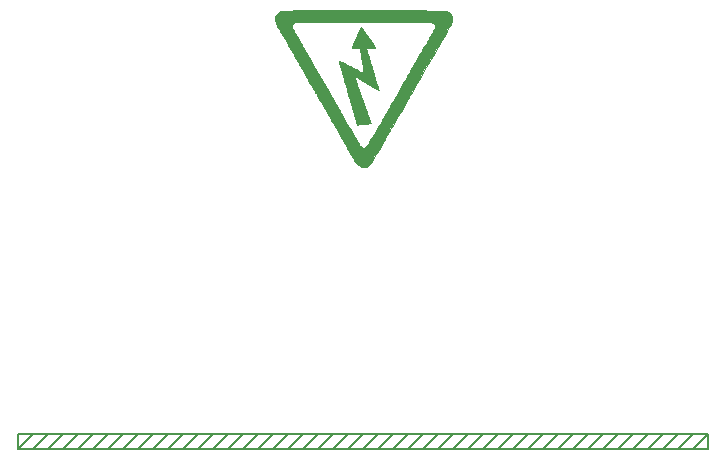
<source format=gbr>
G04 #@! TF.GenerationSoftware,KiCad,Pcbnew,(5.0.1)-4*
G04 #@! TF.CreationDate,2019-02-15T22:12:16-03:00*
G04 #@! TF.ProjectId,reflow,7265666C6F772E6B696361645F706362,rev?*
G04 #@! TF.SameCoordinates,Original*
G04 #@! TF.FileFunction,Legend,Bot*
G04 #@! TF.FilePolarity,Positive*
%FSLAX46Y46*%
G04 Gerber Fmt 4.6, Leading zero omitted, Abs format (unit mm)*
G04 Created by KiCad (PCBNEW (5.0.1)-4) date 15/2/2019 22:12:16*
%MOMM*%
%LPD*%
G01*
G04 APERTURE LIST*
%ADD10C,0.200000*%
%ADD11C,0.010000*%
G04 APERTURE END LIST*
D10*
X179070000Y-68580000D02*
X180340000Y-67310000D01*
X177800000Y-68580000D02*
X179070000Y-67310000D01*
X176530000Y-68580000D02*
X177800000Y-67310000D01*
X175260000Y-68580000D02*
X176530000Y-67310000D01*
X173990000Y-68580000D02*
X175260000Y-67310000D01*
X172720000Y-68580000D02*
X173990000Y-67310000D01*
X171450000Y-68580000D02*
X172720000Y-67310000D01*
X170180000Y-68580000D02*
X171450000Y-67310000D01*
X168910000Y-68580000D02*
X170180000Y-67310000D01*
X167640000Y-68580000D02*
X168910000Y-67310000D01*
X166370000Y-68580000D02*
X167640000Y-67310000D01*
X165100000Y-68580000D02*
X166370000Y-67310000D01*
X163830000Y-68580000D02*
X165100000Y-67310000D01*
X162560000Y-68580000D02*
X163830000Y-67310000D01*
X161290000Y-68580000D02*
X162560000Y-67310000D01*
X160020000Y-68580000D02*
X161290000Y-67310000D01*
X158750000Y-68580000D02*
X160020000Y-67310000D01*
X157480000Y-68580000D02*
X158750000Y-67310000D01*
X156210000Y-68580000D02*
X157480000Y-67310000D01*
X154940000Y-68580000D02*
X156210000Y-67310000D01*
X153670000Y-68580000D02*
X154940000Y-67310000D01*
X152400000Y-68580000D02*
X153670000Y-67310000D01*
X151130000Y-68580000D02*
X152400000Y-67310000D01*
X149860000Y-68580000D02*
X151130000Y-67310000D01*
X148590000Y-68580000D02*
X149860000Y-67310000D01*
X147320000Y-68580000D02*
X148590000Y-67310000D01*
X146050000Y-68580000D02*
X147320000Y-67310000D01*
X144780000Y-68580000D02*
X146050000Y-67310000D01*
X143510000Y-68580000D02*
X144780000Y-67310000D01*
X142240000Y-68580000D02*
X143510000Y-67310000D01*
X140970000Y-68580000D02*
X142240000Y-67310000D01*
X139700000Y-68580000D02*
X140970000Y-67310000D01*
X138430000Y-68580000D02*
X139700000Y-67310000D01*
X137160000Y-68580000D02*
X138430000Y-67310000D01*
X135890000Y-68580000D02*
X137160000Y-67310000D01*
X134620000Y-68580000D02*
X135890000Y-67310000D01*
X133350000Y-68580000D02*
X134620000Y-67310000D01*
X132080000Y-68580000D02*
X133350000Y-67310000D01*
X130810000Y-68580000D02*
X132080000Y-67310000D01*
X129540000Y-68580000D02*
X130810000Y-67310000D01*
X128270000Y-68580000D02*
X129540000Y-67310000D01*
X127000000Y-68580000D02*
X128270000Y-67310000D01*
X125730000Y-68580000D02*
X127000000Y-67310000D01*
X124460000Y-68580000D02*
X125730000Y-67310000D01*
X123190000Y-68580000D02*
X124460000Y-67310000D01*
X121920000Y-68580000D02*
X123190000Y-67310000D01*
X147320000Y-67310000D02*
X148590000Y-67310000D01*
X144780000Y-68580000D02*
X146050000Y-68580000D01*
X144780000Y-67310000D02*
X146050000Y-67310000D01*
X143510000Y-68580000D02*
X144780000Y-68580000D01*
X143510000Y-67310000D02*
X144780000Y-67310000D01*
X140970000Y-68580000D02*
X142240000Y-68580000D01*
X140970000Y-67310000D02*
X142240000Y-67310000D01*
X138430000Y-68580000D02*
X139700000Y-68580000D01*
X138430000Y-67310000D02*
X139700000Y-67310000D01*
X121920000Y-67310000D02*
X121920000Y-68580000D01*
X121920000Y-68580000D02*
X121920000Y-67310000D01*
X180340000Y-68580000D02*
X121920000Y-68580000D01*
X180340000Y-67310000D02*
X180340000Y-68580000D01*
X121920000Y-67310000D02*
X180340000Y-67310000D01*
D11*
G04 #@! TO.C,G\002A\002A\002A*
G36*
X150531234Y-40948429D02*
X150498306Y-40836273D01*
X150459269Y-40704775D01*
X150421995Y-40580435D01*
X150418274Y-40568113D01*
X150388005Y-40466443D01*
X150361293Y-40374002D01*
X150342658Y-40306518D01*
X150339086Y-40292547D01*
X150328154Y-40252117D01*
X150305613Y-40171944D01*
X150273254Y-40058297D01*
X150232874Y-39917445D01*
X150186265Y-39755656D01*
X150135222Y-39579200D01*
X150112769Y-39501792D01*
X150056584Y-39308229D01*
X150000590Y-39115275D01*
X149947315Y-38931645D01*
X149899288Y-38766053D01*
X149859035Y-38627213D01*
X149829085Y-38523841D01*
X149824313Y-38507358D01*
X149767107Y-38309899D01*
X149703433Y-38090411D01*
X149636489Y-37859900D01*
X149569474Y-37629368D01*
X149505589Y-37409821D01*
X149448032Y-37212262D01*
X149400001Y-37047696D01*
X149392401Y-37021698D01*
X149355844Y-36896049D01*
X149320995Y-36775155D01*
X149291793Y-36672739D01*
X149272173Y-36602526D01*
X149272127Y-36602358D01*
X149253908Y-36537333D01*
X149225393Y-36437661D01*
X149189847Y-36314658D01*
X149150533Y-36179644D01*
X149130471Y-36111132D01*
X149093543Y-35983464D01*
X149061960Y-35870840D01*
X149038030Y-35781765D01*
X149024059Y-35724742D01*
X149021410Y-35709102D01*
X149027444Y-35703790D01*
X149047906Y-35707549D01*
X149086257Y-35722064D01*
X149145956Y-35749018D01*
X149230464Y-35790094D01*
X149343240Y-35846976D01*
X149487744Y-35921347D01*
X149667437Y-36014891D01*
X149885778Y-36129292D01*
X149895943Y-36134629D01*
X149992249Y-36185028D01*
X150118312Y-36250748D01*
X150261310Y-36325118D01*
X150408422Y-36401466D01*
X150495000Y-36446314D01*
X150629436Y-36516208D01*
X150759070Y-36584170D01*
X150873790Y-36644856D01*
X150963484Y-36692926D01*
X151007791Y-36717228D01*
X151137186Y-36789704D01*
X151120432Y-36660088D01*
X151110586Y-36589278D01*
X151095031Y-36483682D01*
X151075652Y-36355835D01*
X151054334Y-36218268D01*
X151046905Y-36171038D01*
X151012371Y-35951519D01*
X150977081Y-35725579D01*
X150942431Y-35502275D01*
X150909817Y-35290664D01*
X150880635Y-35099802D01*
X150856282Y-34938746D01*
X150839118Y-34823160D01*
X150810199Y-34625472D01*
X150480287Y-34625472D01*
X150359446Y-34624062D01*
X150256583Y-34620195D01*
X150180791Y-34614416D01*
X150141162Y-34607266D01*
X150137717Y-34604991D01*
X150143353Y-34577494D01*
X150166993Y-34511737D01*
X150206439Y-34412916D01*
X150259489Y-34286229D01*
X150323945Y-34136872D01*
X150397607Y-33970041D01*
X150478275Y-33790935D01*
X150532118Y-33673233D01*
X150559870Y-33610329D01*
X150576623Y-33567335D01*
X150578868Y-33558413D01*
X150588201Y-33531557D01*
X150612685Y-33473778D01*
X150647051Y-33397507D01*
X150647559Y-33396406D01*
X150690548Y-33302354D01*
X150743027Y-33186183D01*
X150795181Y-33069641D01*
X150806590Y-33043962D01*
X150846546Y-32954496D01*
X150878819Y-32883385D01*
X150898805Y-32840721D01*
X150902832Y-32833102D01*
X150917559Y-32850078D01*
X150956431Y-32901579D01*
X151016045Y-32982913D01*
X151093001Y-33089389D01*
X151183894Y-33216315D01*
X151285323Y-33359001D01*
X151328710Y-33420326D01*
X151439668Y-33577416D01*
X151546804Y-33729188D01*
X151645556Y-33869169D01*
X151731357Y-33990885D01*
X151799642Y-34087862D01*
X151845847Y-34153626D01*
X151852692Y-34163401D01*
X151922971Y-34263836D01*
X152000256Y-34374249D01*
X152056606Y-34454728D01*
X152103349Y-34525791D01*
X152134175Y-34581203D01*
X152143181Y-34610191D01*
X152142471Y-34611428D01*
X152114985Y-34616087D01*
X152047786Y-34620093D01*
X151949084Y-34623167D01*
X151827091Y-34625033D01*
X151727266Y-34625472D01*
X151326104Y-34625472D01*
X151363115Y-34751273D01*
X151389360Y-34839596D01*
X151422446Y-34949748D01*
X151454881Y-35056792D01*
X151478826Y-35135550D01*
X151513522Y-35249889D01*
X151555849Y-35389516D01*
X151602686Y-35544140D01*
X151650915Y-35703467D01*
X151658258Y-35727736D01*
X151711294Y-35902711D01*
X151768060Y-36089448D01*
X151824093Y-36273302D01*
X151874930Y-36439625D01*
X151913841Y-36566415D01*
X151952842Y-36693270D01*
X151987184Y-36805431D01*
X152019915Y-36912989D01*
X152054085Y-37026031D01*
X152092744Y-37154647D01*
X152138941Y-37308925D01*
X152195727Y-37498955D01*
X152196321Y-37500943D01*
X152229608Y-37611854D01*
X152269408Y-37743666D01*
X152308193Y-37871460D01*
X152315768Y-37896321D01*
X152346240Y-37997858D01*
X152372284Y-38087606D01*
X152389929Y-38151754D01*
X152394135Y-38168877D01*
X152406726Y-38225773D01*
X152289542Y-38157428D01*
X152230129Y-38122289D01*
X152139214Y-38067915D01*
X152026234Y-37999979D01*
X151900631Y-37924154D01*
X151800943Y-37863774D01*
X151656593Y-37776486D01*
X151502780Y-37683949D01*
X151353722Y-37594685D01*
X151223636Y-37517217D01*
X151165943Y-37483090D01*
X151056954Y-37418508D01*
X150955103Y-37357553D01*
X150871801Y-37307092D01*
X150818490Y-37274012D01*
X150759055Y-37237153D01*
X150673438Y-37185524D01*
X150576955Y-37128332D01*
X150542924Y-37108394D01*
X150443615Y-37052996D01*
X150380270Y-37026518D01*
X150349205Y-37030959D01*
X150346735Y-37068318D01*
X150369177Y-37140595D01*
X150389143Y-37191834D01*
X150428463Y-37294746D01*
X150468341Y-37406901D01*
X150483712Y-37453019D01*
X150510839Y-37533694D01*
X150548690Y-37641919D01*
X150591162Y-37760369D01*
X150614586Y-37824434D01*
X150655188Y-37935483D01*
X150692992Y-38040480D01*
X150722691Y-38124606D01*
X150734746Y-38159905D01*
X150755673Y-38220703D01*
X150788461Y-38313403D01*
X150828452Y-38424923D01*
X150867024Y-38531321D01*
X150909516Y-38648594D01*
X150949028Y-38758908D01*
X150980900Y-38849179D01*
X150999291Y-38902736D01*
X151026467Y-38982723D01*
X151065307Y-39094605D01*
X151111176Y-39225210D01*
X151159438Y-39361363D01*
X151205457Y-39489894D01*
X151222748Y-39537736D01*
X151296618Y-39741526D01*
X151356108Y-39905946D01*
X151403247Y-40036651D01*
X151440059Y-40139300D01*
X151468572Y-40219551D01*
X151490812Y-40283061D01*
X151508805Y-40335488D01*
X151514537Y-40352453D01*
X151541012Y-40429783D01*
X151578240Y-40536776D01*
X151620818Y-40657971D01*
X151654769Y-40753821D01*
X151697067Y-40879252D01*
X151721575Y-40967187D01*
X151727691Y-41015212D01*
X151721881Y-41023889D01*
X151688937Y-41026112D01*
X151617004Y-41031909D01*
X151514822Y-41040516D01*
X151391129Y-41051167D01*
X151254665Y-41063099D01*
X151114169Y-41075545D01*
X150978379Y-41087741D01*
X150856035Y-41098923D01*
X150755876Y-41108324D01*
X150742495Y-41109612D01*
X150582631Y-41125067D01*
X150531234Y-40948429D01*
X150531234Y-40948429D01*
G37*
X150531234Y-40948429D02*
X150498306Y-40836273D01*
X150459269Y-40704775D01*
X150421995Y-40580435D01*
X150418274Y-40568113D01*
X150388005Y-40466443D01*
X150361293Y-40374002D01*
X150342658Y-40306518D01*
X150339086Y-40292547D01*
X150328154Y-40252117D01*
X150305613Y-40171944D01*
X150273254Y-40058297D01*
X150232874Y-39917445D01*
X150186265Y-39755656D01*
X150135222Y-39579200D01*
X150112769Y-39501792D01*
X150056584Y-39308229D01*
X150000590Y-39115275D01*
X149947315Y-38931645D01*
X149899288Y-38766053D01*
X149859035Y-38627213D01*
X149829085Y-38523841D01*
X149824313Y-38507358D01*
X149767107Y-38309899D01*
X149703433Y-38090411D01*
X149636489Y-37859900D01*
X149569474Y-37629368D01*
X149505589Y-37409821D01*
X149448032Y-37212262D01*
X149400001Y-37047696D01*
X149392401Y-37021698D01*
X149355844Y-36896049D01*
X149320995Y-36775155D01*
X149291793Y-36672739D01*
X149272173Y-36602526D01*
X149272127Y-36602358D01*
X149253908Y-36537333D01*
X149225393Y-36437661D01*
X149189847Y-36314658D01*
X149150533Y-36179644D01*
X149130471Y-36111132D01*
X149093543Y-35983464D01*
X149061960Y-35870840D01*
X149038030Y-35781765D01*
X149024059Y-35724742D01*
X149021410Y-35709102D01*
X149027444Y-35703790D01*
X149047906Y-35707549D01*
X149086257Y-35722064D01*
X149145956Y-35749018D01*
X149230464Y-35790094D01*
X149343240Y-35846976D01*
X149487744Y-35921347D01*
X149667437Y-36014891D01*
X149885778Y-36129292D01*
X149895943Y-36134629D01*
X149992249Y-36185028D01*
X150118312Y-36250748D01*
X150261310Y-36325118D01*
X150408422Y-36401466D01*
X150495000Y-36446314D01*
X150629436Y-36516208D01*
X150759070Y-36584170D01*
X150873790Y-36644856D01*
X150963484Y-36692926D01*
X151007791Y-36717228D01*
X151137186Y-36789704D01*
X151120432Y-36660088D01*
X151110586Y-36589278D01*
X151095031Y-36483682D01*
X151075652Y-36355835D01*
X151054334Y-36218268D01*
X151046905Y-36171038D01*
X151012371Y-35951519D01*
X150977081Y-35725579D01*
X150942431Y-35502275D01*
X150909817Y-35290664D01*
X150880635Y-35099802D01*
X150856282Y-34938746D01*
X150839118Y-34823160D01*
X150810199Y-34625472D01*
X150480287Y-34625472D01*
X150359446Y-34624062D01*
X150256583Y-34620195D01*
X150180791Y-34614416D01*
X150141162Y-34607266D01*
X150137717Y-34604991D01*
X150143353Y-34577494D01*
X150166993Y-34511737D01*
X150206439Y-34412916D01*
X150259489Y-34286229D01*
X150323945Y-34136872D01*
X150397607Y-33970041D01*
X150478275Y-33790935D01*
X150532118Y-33673233D01*
X150559870Y-33610329D01*
X150576623Y-33567335D01*
X150578868Y-33558413D01*
X150588201Y-33531557D01*
X150612685Y-33473778D01*
X150647051Y-33397507D01*
X150647559Y-33396406D01*
X150690548Y-33302354D01*
X150743027Y-33186183D01*
X150795181Y-33069641D01*
X150806590Y-33043962D01*
X150846546Y-32954496D01*
X150878819Y-32883385D01*
X150898805Y-32840721D01*
X150902832Y-32833102D01*
X150917559Y-32850078D01*
X150956431Y-32901579D01*
X151016045Y-32982913D01*
X151093001Y-33089389D01*
X151183894Y-33216315D01*
X151285323Y-33359001D01*
X151328710Y-33420326D01*
X151439668Y-33577416D01*
X151546804Y-33729188D01*
X151645556Y-33869169D01*
X151731357Y-33990885D01*
X151799642Y-34087862D01*
X151845847Y-34153626D01*
X151852692Y-34163401D01*
X151922971Y-34263836D01*
X152000256Y-34374249D01*
X152056606Y-34454728D01*
X152103349Y-34525791D01*
X152134175Y-34581203D01*
X152143181Y-34610191D01*
X152142471Y-34611428D01*
X152114985Y-34616087D01*
X152047786Y-34620093D01*
X151949084Y-34623167D01*
X151827091Y-34625033D01*
X151727266Y-34625472D01*
X151326104Y-34625472D01*
X151363115Y-34751273D01*
X151389360Y-34839596D01*
X151422446Y-34949748D01*
X151454881Y-35056792D01*
X151478826Y-35135550D01*
X151513522Y-35249889D01*
X151555849Y-35389516D01*
X151602686Y-35544140D01*
X151650915Y-35703467D01*
X151658258Y-35727736D01*
X151711294Y-35902711D01*
X151768060Y-36089448D01*
X151824093Y-36273302D01*
X151874930Y-36439625D01*
X151913841Y-36566415D01*
X151952842Y-36693270D01*
X151987184Y-36805431D01*
X152019915Y-36912989D01*
X152054085Y-37026031D01*
X152092744Y-37154647D01*
X152138941Y-37308925D01*
X152195727Y-37498955D01*
X152196321Y-37500943D01*
X152229608Y-37611854D01*
X152269408Y-37743666D01*
X152308193Y-37871460D01*
X152315768Y-37896321D01*
X152346240Y-37997858D01*
X152372284Y-38087606D01*
X152389929Y-38151754D01*
X152394135Y-38168877D01*
X152406726Y-38225773D01*
X152289542Y-38157428D01*
X152230129Y-38122289D01*
X152139214Y-38067915D01*
X152026234Y-37999979D01*
X151900631Y-37924154D01*
X151800943Y-37863774D01*
X151656593Y-37776486D01*
X151502780Y-37683949D01*
X151353722Y-37594685D01*
X151223636Y-37517217D01*
X151165943Y-37483090D01*
X151056954Y-37418508D01*
X150955103Y-37357553D01*
X150871801Y-37307092D01*
X150818490Y-37274012D01*
X150759055Y-37237153D01*
X150673438Y-37185524D01*
X150576955Y-37128332D01*
X150542924Y-37108394D01*
X150443615Y-37052996D01*
X150380270Y-37026518D01*
X150349205Y-37030959D01*
X150346735Y-37068318D01*
X150369177Y-37140595D01*
X150389143Y-37191834D01*
X150428463Y-37294746D01*
X150468341Y-37406901D01*
X150483712Y-37453019D01*
X150510839Y-37533694D01*
X150548690Y-37641919D01*
X150591162Y-37760369D01*
X150614586Y-37824434D01*
X150655188Y-37935483D01*
X150692992Y-38040480D01*
X150722691Y-38124606D01*
X150734746Y-38159905D01*
X150755673Y-38220703D01*
X150788461Y-38313403D01*
X150828452Y-38424923D01*
X150867024Y-38531321D01*
X150909516Y-38648594D01*
X150949028Y-38758908D01*
X150980900Y-38849179D01*
X150999291Y-38902736D01*
X151026467Y-38982723D01*
X151065307Y-39094605D01*
X151111176Y-39225210D01*
X151159438Y-39361363D01*
X151205457Y-39489894D01*
X151222748Y-39537736D01*
X151296618Y-39741526D01*
X151356108Y-39905946D01*
X151403247Y-40036651D01*
X151440059Y-40139300D01*
X151468572Y-40219551D01*
X151490812Y-40283061D01*
X151508805Y-40335488D01*
X151514537Y-40352453D01*
X151541012Y-40429783D01*
X151578240Y-40536776D01*
X151620818Y-40657971D01*
X151654769Y-40753821D01*
X151697067Y-40879252D01*
X151721575Y-40967187D01*
X151727691Y-41015212D01*
X151721881Y-41023889D01*
X151688937Y-41026112D01*
X151617004Y-41031909D01*
X151514822Y-41040516D01*
X151391129Y-41051167D01*
X151254665Y-41063099D01*
X151114169Y-41075545D01*
X150978379Y-41087741D01*
X150856035Y-41098923D01*
X150755876Y-41108324D01*
X150742495Y-41109612D01*
X150582631Y-41125067D01*
X150531234Y-40948429D01*
G36*
X151044045Y-44735945D02*
X150887447Y-44685697D01*
X150733810Y-44590821D01*
X150585182Y-44451863D01*
X150443608Y-44269372D01*
X150358396Y-44131303D01*
X150308998Y-44044604D01*
X150245648Y-43933944D01*
X150178390Y-43816847D01*
X150142818Y-43755094D01*
X150091332Y-43665789D01*
X150021607Y-43544798D01*
X149939317Y-43401966D01*
X149850134Y-43247142D01*
X149759731Y-43090171D01*
X149728668Y-43036226D01*
X149342998Y-42366874D01*
X148951827Y-41688840D01*
X148560541Y-41011415D01*
X148485504Y-40881460D01*
X148390175Y-40716177D01*
X148278137Y-40521789D01*
X148152974Y-40304522D01*
X148018270Y-40070600D01*
X147877610Y-39826247D01*
X147734577Y-39577688D01*
X147592755Y-39331148D01*
X147455729Y-39092851D01*
X147373996Y-38950660D01*
X147292712Y-38809252D01*
X147217213Y-38677957D01*
X147151533Y-38563782D01*
X147099702Y-38473737D01*
X147065754Y-38414828D01*
X147056912Y-38399528D01*
X147001079Y-38303027D01*
X146926305Y-38173587D01*
X146837550Y-38019807D01*
X146739775Y-37850287D01*
X146637938Y-37673626D01*
X146537000Y-37498425D01*
X146441920Y-37333284D01*
X146421192Y-37297264D01*
X146337394Y-37151683D01*
X146251221Y-37002080D01*
X146169560Y-36860397D01*
X146099292Y-36738579D01*
X146055220Y-36662264D01*
X145986876Y-36543591D01*
X145906493Y-36403352D01*
X145825611Y-36261708D01*
X145774038Y-36171038D01*
X145703898Y-36048173D01*
X145629834Y-35919620D01*
X145561636Y-35802309D01*
X145517761Y-35727736D01*
X145459706Y-35629137D01*
X145402744Y-35531075D01*
X145357583Y-35452006D01*
X145350961Y-35440188D01*
X145321693Y-35388431D01*
X145272738Y-35302688D01*
X145208401Y-35190461D01*
X145132985Y-35059252D01*
X145050795Y-34916564D01*
X145007276Y-34841132D01*
X144860335Y-34586440D01*
X144730202Y-34360594D01*
X144618382Y-34166215D01*
X144526380Y-34005921D01*
X144455702Y-33882332D01*
X144415019Y-33810755D01*
X144363541Y-33720481D01*
X144299694Y-33609626D01*
X144228724Y-33487179D01*
X144155880Y-33362129D01*
X144086409Y-33243463D01*
X144025559Y-33140170D01*
X143978576Y-33061239D01*
X143952275Y-33018122D01*
X143901500Y-32929953D01*
X143843265Y-32816882D01*
X143783530Y-32691880D01*
X143728256Y-32567917D01*
X143683403Y-32457964D01*
X143654931Y-32374992D01*
X143652424Y-32365606D01*
X143631643Y-32194467D01*
X143651647Y-32023736D01*
X143709094Y-31863611D01*
X143800640Y-31724295D01*
X143890578Y-31638902D01*
X143973133Y-31587220D01*
X144076152Y-31537896D01*
X144151193Y-31510207D01*
X144167068Y-31505469D01*
X144184061Y-31501057D01*
X144203849Y-31496958D01*
X144228109Y-31493161D01*
X144258520Y-31489656D01*
X144296758Y-31486431D01*
X144344502Y-31483476D01*
X144403428Y-31480778D01*
X144475215Y-31478328D01*
X144561539Y-31476114D01*
X144664078Y-31474125D01*
X144784510Y-31472350D01*
X144924513Y-31470778D01*
X145085763Y-31469398D01*
X145269938Y-31468198D01*
X145478716Y-31467168D01*
X145713775Y-31466297D01*
X145976791Y-31465573D01*
X146269442Y-31464985D01*
X146593406Y-31464523D01*
X146950360Y-31464175D01*
X147341983Y-31463931D01*
X147769950Y-31463778D01*
X148235940Y-31463706D01*
X148741631Y-31463705D01*
X149288700Y-31463762D01*
X149878823Y-31463867D01*
X150513680Y-31464009D01*
X151126533Y-31464160D01*
X151804286Y-31464339D01*
X152435787Y-31464532D01*
X153022710Y-31464751D01*
X153566728Y-31465005D01*
X154069514Y-31465306D01*
X154532740Y-31465664D01*
X154958081Y-31466091D01*
X155347208Y-31466597D01*
X155701796Y-31467193D01*
X156023517Y-31467889D01*
X156314045Y-31468698D01*
X156575052Y-31469628D01*
X156808212Y-31470692D01*
X157015197Y-31471900D01*
X157197681Y-31473263D01*
X157357337Y-31474791D01*
X157495838Y-31476496D01*
X157614856Y-31478389D01*
X157716066Y-31480479D01*
X157801141Y-31482779D01*
X157871752Y-31485298D01*
X157929574Y-31488048D01*
X157976280Y-31491039D01*
X158013542Y-31494282D01*
X158043033Y-31497789D01*
X158066428Y-31501569D01*
X158085398Y-31505634D01*
X158099016Y-31509242D01*
X158279320Y-31581860D01*
X158423726Y-31684303D01*
X158530732Y-31813019D01*
X158598832Y-31964457D01*
X158626522Y-32135065D01*
X158612297Y-32321294D01*
X158554654Y-32519592D01*
X158541074Y-32552736D01*
X158499155Y-32643404D01*
X158441047Y-32758974D01*
X158396524Y-32842851D01*
X157174412Y-32842851D01*
X157158505Y-32708461D01*
X157105518Y-32603589D01*
X157014338Y-32526944D01*
X156883849Y-32477237D01*
X156852566Y-32470341D01*
X156819410Y-32468481D01*
X156740463Y-32466695D01*
X156617855Y-32464991D01*
X156453721Y-32463373D01*
X156250191Y-32461850D01*
X156009399Y-32460426D01*
X155733478Y-32459108D01*
X155424558Y-32457902D01*
X155084773Y-32456815D01*
X154716256Y-32455852D01*
X154321138Y-32455021D01*
X153901552Y-32454326D01*
X153459631Y-32453776D01*
X152997507Y-32453375D01*
X152517311Y-32453130D01*
X152021178Y-32453047D01*
X151511239Y-32453133D01*
X151058113Y-32453350D01*
X145367075Y-32456887D01*
X145258366Y-32520797D01*
X145160082Y-32594778D01*
X145103675Y-32681258D01*
X145083137Y-32790855D01*
X145083092Y-32830477D01*
X145087586Y-32879744D01*
X145099851Y-32932823D01*
X145122666Y-32995611D01*
X145158810Y-33074003D01*
X145211062Y-33173896D01*
X145282201Y-33301187D01*
X145375006Y-33461771D01*
X145403918Y-33511226D01*
X145472768Y-33629463D01*
X145552580Y-33767539D01*
X145630728Y-33903576D01*
X145666665Y-33966509D01*
X145741038Y-34096700D01*
X145825861Y-34244544D01*
X145907483Y-34386271D01*
X145941868Y-34445755D01*
X146017132Y-34575979D01*
X146102383Y-34723861D01*
X146183917Y-34865611D01*
X146218001Y-34925000D01*
X146268949Y-35013718D01*
X146338677Y-35134930D01*
X146421996Y-35279627D01*
X146513719Y-35438802D01*
X146608658Y-35603448D01*
X146673455Y-35715755D01*
X146775147Y-35892014D01*
X146887720Y-36087228D01*
X147007796Y-36295529D01*
X147131994Y-36511052D01*
X147256937Y-36727927D01*
X147379245Y-36940289D01*
X147495540Y-37142270D01*
X147602441Y-37328003D01*
X147696571Y-37491620D01*
X147774550Y-37627255D01*
X147833000Y-37729040D01*
X147846478Y-37752547D01*
X147883307Y-37816662D01*
X147940955Y-37916834D01*
X148016281Y-38047616D01*
X148106142Y-38203560D01*
X148207397Y-38379219D01*
X148316903Y-38569146D01*
X148431519Y-38767893D01*
X148548101Y-38970013D01*
X148663509Y-39170059D01*
X148774601Y-39362583D01*
X148878233Y-39542138D01*
X148971264Y-39703277D01*
X149050553Y-39840553D01*
X149112956Y-39948517D01*
X149155333Y-40021723D01*
X149159531Y-40028962D01*
X149211973Y-40119958D01*
X149263449Y-40210270D01*
X149296245Y-40268585D01*
X149320995Y-40312238D01*
X149366494Y-40391632D01*
X149429450Y-40501053D01*
X149506568Y-40634787D01*
X149594554Y-40787118D01*
X149690113Y-40952331D01*
X149752073Y-41059339D01*
X149852698Y-41233170D01*
X149949577Y-41400750D01*
X150039057Y-41555744D01*
X150117486Y-41691819D01*
X150181211Y-41802641D01*
X150226581Y-41881874D01*
X150242560Y-41910000D01*
X150385424Y-42161574D01*
X150512410Y-42382264D01*
X150622341Y-42570098D01*
X150714041Y-42723108D01*
X150786333Y-42839324D01*
X150838041Y-42916776D01*
X150862853Y-42948507D01*
X150968139Y-43034831D01*
X151080141Y-43079545D01*
X151191905Y-43081600D01*
X151296475Y-43039946D01*
X151325850Y-43018402D01*
X151383051Y-42968505D01*
X151427190Y-42925334D01*
X151434869Y-42916562D01*
X151456233Y-42884333D01*
X151497975Y-42816222D01*
X151556716Y-42717967D01*
X151629076Y-42595307D01*
X151711675Y-42453979D01*
X151801133Y-42299723D01*
X151894069Y-42138277D01*
X151921884Y-42089717D01*
X151992855Y-41965789D01*
X152077193Y-41818721D01*
X152171239Y-41654878D01*
X152271331Y-41480623D01*
X152373809Y-41302322D01*
X152475013Y-41126340D01*
X152571283Y-40959040D01*
X152658958Y-40806788D01*
X152734377Y-40675948D01*
X152793882Y-40572885D01*
X152833810Y-40503964D01*
X152838314Y-40496226D01*
X152870239Y-40440869D01*
X152918581Y-40356354D01*
X152976170Y-40255240D01*
X153023005Y-40172736D01*
X153096205Y-40044198D01*
X153178810Y-39900100D01*
X153257635Y-39763410D01*
X153291247Y-39705472D01*
X153343072Y-39616134D01*
X153413075Y-39495093D01*
X153495568Y-39352205D01*
X153584862Y-39197325D01*
X153675269Y-39040311D01*
X153706162Y-38986604D01*
X153788432Y-38843539D01*
X153864867Y-38710623D01*
X153931505Y-38594743D01*
X153984384Y-38502788D01*
X154019542Y-38441649D01*
X154029984Y-38423490D01*
X154059141Y-38372795D01*
X154105103Y-38292885D01*
X154160782Y-38196087D01*
X154202270Y-38123962D01*
X154244043Y-38051326D01*
X154306143Y-37943322D01*
X154385016Y-37806131D01*
X154477109Y-37645936D01*
X154578867Y-37468919D01*
X154686736Y-37281261D01*
X154797164Y-37089146D01*
X154808385Y-37069622D01*
X154929212Y-36859441D01*
X155056787Y-36637579D01*
X155185808Y-36413253D01*
X155310977Y-36195675D01*
X155426991Y-35994060D01*
X155528550Y-35817623D01*
X155594111Y-35703773D01*
X155687292Y-35541932D01*
X155780990Y-35379060D01*
X155869914Y-35224365D01*
X155948772Y-35087055D01*
X156012274Y-34976338D01*
X156041661Y-34925000D01*
X156113978Y-34798579D01*
X156200282Y-34647819D01*
X156292800Y-34486290D01*
X156383756Y-34327564D01*
X156465376Y-34185211D01*
X156522122Y-34086321D01*
X156550833Y-34036446D01*
X156596728Y-33956862D01*
X156653011Y-33859351D01*
X156701838Y-33774811D01*
X156821196Y-33567886D01*
X156918598Y-33397948D01*
X156996268Y-33260609D01*
X157056432Y-33151480D01*
X157101315Y-33066174D01*
X157133143Y-33000301D01*
X157154140Y-32949473D01*
X157166532Y-32909301D01*
X157172545Y-32875397D01*
X157174404Y-32843373D01*
X157174412Y-32842851D01*
X158396524Y-32842851D01*
X158375111Y-32883191D01*
X158322235Y-32978066D01*
X158194178Y-33201941D01*
X158082981Y-33396296D01*
X157990076Y-33558629D01*
X157916893Y-33686438D01*
X157864867Y-33777222D01*
X157838734Y-33822736D01*
X157774914Y-33933593D01*
X157700264Y-34063151D01*
X157611352Y-34217359D01*
X157504751Y-34402165D01*
X157400100Y-34583538D01*
X157189932Y-34947856D01*
X156986339Y-35300987D01*
X156791077Y-35639877D01*
X156605901Y-35961474D01*
X156432564Y-36262727D01*
X156272823Y-36540583D01*
X156128431Y-36791990D01*
X156001143Y-37013896D01*
X155892714Y-37203248D01*
X155804900Y-37356995D01*
X155743469Y-37465000D01*
X155714739Y-37515313D01*
X155664857Y-37602263D01*
X155596624Y-37720980D01*
X155512844Y-37866596D01*
X155416320Y-38034240D01*
X155309856Y-38219043D01*
X155196256Y-38416135D01*
X155078321Y-38620647D01*
X155015802Y-38729021D01*
X154956040Y-38832770D01*
X154899045Y-38932005D01*
X154852944Y-39012562D01*
X154833628Y-39046509D01*
X154804576Y-39097423D01*
X154756394Y-39181447D01*
X154693907Y-39290184D01*
X154621942Y-39415238D01*
X154545323Y-39548211D01*
X154544454Y-39549717D01*
X154455411Y-39704173D01*
X154359186Y-39871123D01*
X154264216Y-40035927D01*
X154178938Y-40183948D01*
X154130189Y-40268585D01*
X154075705Y-40363194D01*
X154001453Y-40492129D01*
X153911582Y-40648184D01*
X153810240Y-40824154D01*
X153701578Y-41012835D01*
X153589743Y-41207023D01*
X153495394Y-41370849D01*
X153391138Y-41551901D01*
X153292608Y-41723052D01*
X153202797Y-41879100D01*
X153124699Y-42014844D01*
X153061304Y-42125083D01*
X153015605Y-42204617D01*
X152990595Y-42248244D01*
X152989570Y-42250040D01*
X152963027Y-42296417D01*
X152916807Y-42376982D01*
X152855134Y-42484383D01*
X152782229Y-42611266D01*
X152702316Y-42750282D01*
X152666161Y-42813154D01*
X152577362Y-42967656D01*
X152487074Y-43124917D01*
X152401298Y-43274477D01*
X152326031Y-43405874D01*
X152267273Y-43508649D01*
X152256546Y-43527453D01*
X152134036Y-43741575D01*
X152031769Y-43918398D01*
X151946826Y-44062576D01*
X151876286Y-44178765D01*
X151817227Y-44271619D01*
X151766730Y-44345794D01*
X151721874Y-44405944D01*
X151679739Y-44456726D01*
X151659123Y-44479682D01*
X151511144Y-44613432D01*
X151357940Y-44700361D01*
X151201558Y-44741016D01*
X151044045Y-44735945D01*
X151044045Y-44735945D01*
G37*
X151044045Y-44735945D02*
X150887447Y-44685697D01*
X150733810Y-44590821D01*
X150585182Y-44451863D01*
X150443608Y-44269372D01*
X150358396Y-44131303D01*
X150308998Y-44044604D01*
X150245648Y-43933944D01*
X150178390Y-43816847D01*
X150142818Y-43755094D01*
X150091332Y-43665789D01*
X150021607Y-43544798D01*
X149939317Y-43401966D01*
X149850134Y-43247142D01*
X149759731Y-43090171D01*
X149728668Y-43036226D01*
X149342998Y-42366874D01*
X148951827Y-41688840D01*
X148560541Y-41011415D01*
X148485504Y-40881460D01*
X148390175Y-40716177D01*
X148278137Y-40521789D01*
X148152974Y-40304522D01*
X148018270Y-40070600D01*
X147877610Y-39826247D01*
X147734577Y-39577688D01*
X147592755Y-39331148D01*
X147455729Y-39092851D01*
X147373996Y-38950660D01*
X147292712Y-38809252D01*
X147217213Y-38677957D01*
X147151533Y-38563782D01*
X147099702Y-38473737D01*
X147065754Y-38414828D01*
X147056912Y-38399528D01*
X147001079Y-38303027D01*
X146926305Y-38173587D01*
X146837550Y-38019807D01*
X146739775Y-37850287D01*
X146637938Y-37673626D01*
X146537000Y-37498425D01*
X146441920Y-37333284D01*
X146421192Y-37297264D01*
X146337394Y-37151683D01*
X146251221Y-37002080D01*
X146169560Y-36860397D01*
X146099292Y-36738579D01*
X146055220Y-36662264D01*
X145986876Y-36543591D01*
X145906493Y-36403352D01*
X145825611Y-36261708D01*
X145774038Y-36171038D01*
X145703898Y-36048173D01*
X145629834Y-35919620D01*
X145561636Y-35802309D01*
X145517761Y-35727736D01*
X145459706Y-35629137D01*
X145402744Y-35531075D01*
X145357583Y-35452006D01*
X145350961Y-35440188D01*
X145321693Y-35388431D01*
X145272738Y-35302688D01*
X145208401Y-35190461D01*
X145132985Y-35059252D01*
X145050795Y-34916564D01*
X145007276Y-34841132D01*
X144860335Y-34586440D01*
X144730202Y-34360594D01*
X144618382Y-34166215D01*
X144526380Y-34005921D01*
X144455702Y-33882332D01*
X144415019Y-33810755D01*
X144363541Y-33720481D01*
X144299694Y-33609626D01*
X144228724Y-33487179D01*
X144155880Y-33362129D01*
X144086409Y-33243463D01*
X144025559Y-33140170D01*
X143978576Y-33061239D01*
X143952275Y-33018122D01*
X143901500Y-32929953D01*
X143843265Y-32816882D01*
X143783530Y-32691880D01*
X143728256Y-32567917D01*
X143683403Y-32457964D01*
X143654931Y-32374992D01*
X143652424Y-32365606D01*
X143631643Y-32194467D01*
X143651647Y-32023736D01*
X143709094Y-31863611D01*
X143800640Y-31724295D01*
X143890578Y-31638902D01*
X143973133Y-31587220D01*
X144076152Y-31537896D01*
X144151193Y-31510207D01*
X144167068Y-31505469D01*
X144184061Y-31501057D01*
X144203849Y-31496958D01*
X144228109Y-31493161D01*
X144258520Y-31489656D01*
X144296758Y-31486431D01*
X144344502Y-31483476D01*
X144403428Y-31480778D01*
X144475215Y-31478328D01*
X144561539Y-31476114D01*
X144664078Y-31474125D01*
X144784510Y-31472350D01*
X144924513Y-31470778D01*
X145085763Y-31469398D01*
X145269938Y-31468198D01*
X145478716Y-31467168D01*
X145713775Y-31466297D01*
X145976791Y-31465573D01*
X146269442Y-31464985D01*
X146593406Y-31464523D01*
X146950360Y-31464175D01*
X147341983Y-31463931D01*
X147769950Y-31463778D01*
X148235940Y-31463706D01*
X148741631Y-31463705D01*
X149288700Y-31463762D01*
X149878823Y-31463867D01*
X150513680Y-31464009D01*
X151126533Y-31464160D01*
X151804286Y-31464339D01*
X152435787Y-31464532D01*
X153022710Y-31464751D01*
X153566728Y-31465005D01*
X154069514Y-31465306D01*
X154532740Y-31465664D01*
X154958081Y-31466091D01*
X155347208Y-31466597D01*
X155701796Y-31467193D01*
X156023517Y-31467889D01*
X156314045Y-31468698D01*
X156575052Y-31469628D01*
X156808212Y-31470692D01*
X157015197Y-31471900D01*
X157197681Y-31473263D01*
X157357337Y-31474791D01*
X157495838Y-31476496D01*
X157614856Y-31478389D01*
X157716066Y-31480479D01*
X157801141Y-31482779D01*
X157871752Y-31485298D01*
X157929574Y-31488048D01*
X157976280Y-31491039D01*
X158013542Y-31494282D01*
X158043033Y-31497789D01*
X158066428Y-31501569D01*
X158085398Y-31505634D01*
X158099016Y-31509242D01*
X158279320Y-31581860D01*
X158423726Y-31684303D01*
X158530732Y-31813019D01*
X158598832Y-31964457D01*
X158626522Y-32135065D01*
X158612297Y-32321294D01*
X158554654Y-32519592D01*
X158541074Y-32552736D01*
X158499155Y-32643404D01*
X158441047Y-32758974D01*
X158396524Y-32842851D01*
X157174412Y-32842851D01*
X157158505Y-32708461D01*
X157105518Y-32603589D01*
X157014338Y-32526944D01*
X156883849Y-32477237D01*
X156852566Y-32470341D01*
X156819410Y-32468481D01*
X156740463Y-32466695D01*
X156617855Y-32464991D01*
X156453721Y-32463373D01*
X156250191Y-32461850D01*
X156009399Y-32460426D01*
X155733478Y-32459108D01*
X155424558Y-32457902D01*
X155084773Y-32456815D01*
X154716256Y-32455852D01*
X154321138Y-32455021D01*
X153901552Y-32454326D01*
X153459631Y-32453776D01*
X152997507Y-32453375D01*
X152517311Y-32453130D01*
X152021178Y-32453047D01*
X151511239Y-32453133D01*
X151058113Y-32453350D01*
X145367075Y-32456887D01*
X145258366Y-32520797D01*
X145160082Y-32594778D01*
X145103675Y-32681258D01*
X145083137Y-32790855D01*
X145083092Y-32830477D01*
X145087586Y-32879744D01*
X145099851Y-32932823D01*
X145122666Y-32995611D01*
X145158810Y-33074003D01*
X145211062Y-33173896D01*
X145282201Y-33301187D01*
X145375006Y-33461771D01*
X145403918Y-33511226D01*
X145472768Y-33629463D01*
X145552580Y-33767539D01*
X145630728Y-33903576D01*
X145666665Y-33966509D01*
X145741038Y-34096700D01*
X145825861Y-34244544D01*
X145907483Y-34386271D01*
X145941868Y-34445755D01*
X146017132Y-34575979D01*
X146102383Y-34723861D01*
X146183917Y-34865611D01*
X146218001Y-34925000D01*
X146268949Y-35013718D01*
X146338677Y-35134930D01*
X146421996Y-35279627D01*
X146513719Y-35438802D01*
X146608658Y-35603448D01*
X146673455Y-35715755D01*
X146775147Y-35892014D01*
X146887720Y-36087228D01*
X147007796Y-36295529D01*
X147131994Y-36511052D01*
X147256937Y-36727927D01*
X147379245Y-36940289D01*
X147495540Y-37142270D01*
X147602441Y-37328003D01*
X147696571Y-37491620D01*
X147774550Y-37627255D01*
X147833000Y-37729040D01*
X147846478Y-37752547D01*
X147883307Y-37816662D01*
X147940955Y-37916834D01*
X148016281Y-38047616D01*
X148106142Y-38203560D01*
X148207397Y-38379219D01*
X148316903Y-38569146D01*
X148431519Y-38767893D01*
X148548101Y-38970013D01*
X148663509Y-39170059D01*
X148774601Y-39362583D01*
X148878233Y-39542138D01*
X148971264Y-39703277D01*
X149050553Y-39840553D01*
X149112956Y-39948517D01*
X149155333Y-40021723D01*
X149159531Y-40028962D01*
X149211973Y-40119958D01*
X149263449Y-40210270D01*
X149296245Y-40268585D01*
X149320995Y-40312238D01*
X149366494Y-40391632D01*
X149429450Y-40501053D01*
X149506568Y-40634787D01*
X149594554Y-40787118D01*
X149690113Y-40952331D01*
X149752073Y-41059339D01*
X149852698Y-41233170D01*
X149949577Y-41400750D01*
X150039057Y-41555744D01*
X150117486Y-41691819D01*
X150181211Y-41802641D01*
X150226581Y-41881874D01*
X150242560Y-41910000D01*
X150385424Y-42161574D01*
X150512410Y-42382264D01*
X150622341Y-42570098D01*
X150714041Y-42723108D01*
X150786333Y-42839324D01*
X150838041Y-42916776D01*
X150862853Y-42948507D01*
X150968139Y-43034831D01*
X151080141Y-43079545D01*
X151191905Y-43081600D01*
X151296475Y-43039946D01*
X151325850Y-43018402D01*
X151383051Y-42968505D01*
X151427190Y-42925334D01*
X151434869Y-42916562D01*
X151456233Y-42884333D01*
X151497975Y-42816222D01*
X151556716Y-42717967D01*
X151629076Y-42595307D01*
X151711675Y-42453979D01*
X151801133Y-42299723D01*
X151894069Y-42138277D01*
X151921884Y-42089717D01*
X151992855Y-41965789D01*
X152077193Y-41818721D01*
X152171239Y-41654878D01*
X152271331Y-41480623D01*
X152373809Y-41302322D01*
X152475013Y-41126340D01*
X152571283Y-40959040D01*
X152658958Y-40806788D01*
X152734377Y-40675948D01*
X152793882Y-40572885D01*
X152833810Y-40503964D01*
X152838314Y-40496226D01*
X152870239Y-40440869D01*
X152918581Y-40356354D01*
X152976170Y-40255240D01*
X153023005Y-40172736D01*
X153096205Y-40044198D01*
X153178810Y-39900100D01*
X153257635Y-39763410D01*
X153291247Y-39705472D01*
X153343072Y-39616134D01*
X153413075Y-39495093D01*
X153495568Y-39352205D01*
X153584862Y-39197325D01*
X153675269Y-39040311D01*
X153706162Y-38986604D01*
X153788432Y-38843539D01*
X153864867Y-38710623D01*
X153931505Y-38594743D01*
X153984384Y-38502788D01*
X154019542Y-38441649D01*
X154029984Y-38423490D01*
X154059141Y-38372795D01*
X154105103Y-38292885D01*
X154160782Y-38196087D01*
X154202270Y-38123962D01*
X154244043Y-38051326D01*
X154306143Y-37943322D01*
X154385016Y-37806131D01*
X154477109Y-37645936D01*
X154578867Y-37468919D01*
X154686736Y-37281261D01*
X154797164Y-37089146D01*
X154808385Y-37069622D01*
X154929212Y-36859441D01*
X155056787Y-36637579D01*
X155185808Y-36413253D01*
X155310977Y-36195675D01*
X155426991Y-35994060D01*
X155528550Y-35817623D01*
X155594111Y-35703773D01*
X155687292Y-35541932D01*
X155780990Y-35379060D01*
X155869914Y-35224365D01*
X155948772Y-35087055D01*
X156012274Y-34976338D01*
X156041661Y-34925000D01*
X156113978Y-34798579D01*
X156200282Y-34647819D01*
X156292800Y-34486290D01*
X156383756Y-34327564D01*
X156465376Y-34185211D01*
X156522122Y-34086321D01*
X156550833Y-34036446D01*
X156596728Y-33956862D01*
X156653011Y-33859351D01*
X156701838Y-33774811D01*
X156821196Y-33567886D01*
X156918598Y-33397948D01*
X156996268Y-33260609D01*
X157056432Y-33151480D01*
X157101315Y-33066174D01*
X157133143Y-33000301D01*
X157154140Y-32949473D01*
X157166532Y-32909301D01*
X157172545Y-32875397D01*
X157174404Y-32843373D01*
X157174412Y-32842851D01*
X158396524Y-32842851D01*
X158375111Y-32883191D01*
X158322235Y-32978066D01*
X158194178Y-33201941D01*
X158082981Y-33396296D01*
X157990076Y-33558629D01*
X157916893Y-33686438D01*
X157864867Y-33777222D01*
X157838734Y-33822736D01*
X157774914Y-33933593D01*
X157700264Y-34063151D01*
X157611352Y-34217359D01*
X157504751Y-34402165D01*
X157400100Y-34583538D01*
X157189932Y-34947856D01*
X156986339Y-35300987D01*
X156791077Y-35639877D01*
X156605901Y-35961474D01*
X156432564Y-36262727D01*
X156272823Y-36540583D01*
X156128431Y-36791990D01*
X156001143Y-37013896D01*
X155892714Y-37203248D01*
X155804900Y-37356995D01*
X155743469Y-37465000D01*
X155714739Y-37515313D01*
X155664857Y-37602263D01*
X155596624Y-37720980D01*
X155512844Y-37866596D01*
X155416320Y-38034240D01*
X155309856Y-38219043D01*
X155196256Y-38416135D01*
X155078321Y-38620647D01*
X155015802Y-38729021D01*
X154956040Y-38832770D01*
X154899045Y-38932005D01*
X154852944Y-39012562D01*
X154833628Y-39046509D01*
X154804576Y-39097423D01*
X154756394Y-39181447D01*
X154693907Y-39290184D01*
X154621942Y-39415238D01*
X154545323Y-39548211D01*
X154544454Y-39549717D01*
X154455411Y-39704173D01*
X154359186Y-39871123D01*
X154264216Y-40035927D01*
X154178938Y-40183948D01*
X154130189Y-40268585D01*
X154075705Y-40363194D01*
X154001453Y-40492129D01*
X153911582Y-40648184D01*
X153810240Y-40824154D01*
X153701578Y-41012835D01*
X153589743Y-41207023D01*
X153495394Y-41370849D01*
X153391138Y-41551901D01*
X153292608Y-41723052D01*
X153202797Y-41879100D01*
X153124699Y-42014844D01*
X153061304Y-42125083D01*
X153015605Y-42204617D01*
X152990595Y-42248244D01*
X152989570Y-42250040D01*
X152963027Y-42296417D01*
X152916807Y-42376982D01*
X152855134Y-42484383D01*
X152782229Y-42611266D01*
X152702316Y-42750282D01*
X152666161Y-42813154D01*
X152577362Y-42967656D01*
X152487074Y-43124917D01*
X152401298Y-43274477D01*
X152326031Y-43405874D01*
X152267273Y-43508649D01*
X152256546Y-43527453D01*
X152134036Y-43741575D01*
X152031769Y-43918398D01*
X151946826Y-44062576D01*
X151876286Y-44178765D01*
X151817227Y-44271619D01*
X151766730Y-44345794D01*
X151721874Y-44405944D01*
X151679739Y-44456726D01*
X151659123Y-44479682D01*
X151511144Y-44613432D01*
X151357940Y-44700361D01*
X151201558Y-44741016D01*
X151044045Y-44735945D01*
G04 #@! TD*
M02*

</source>
